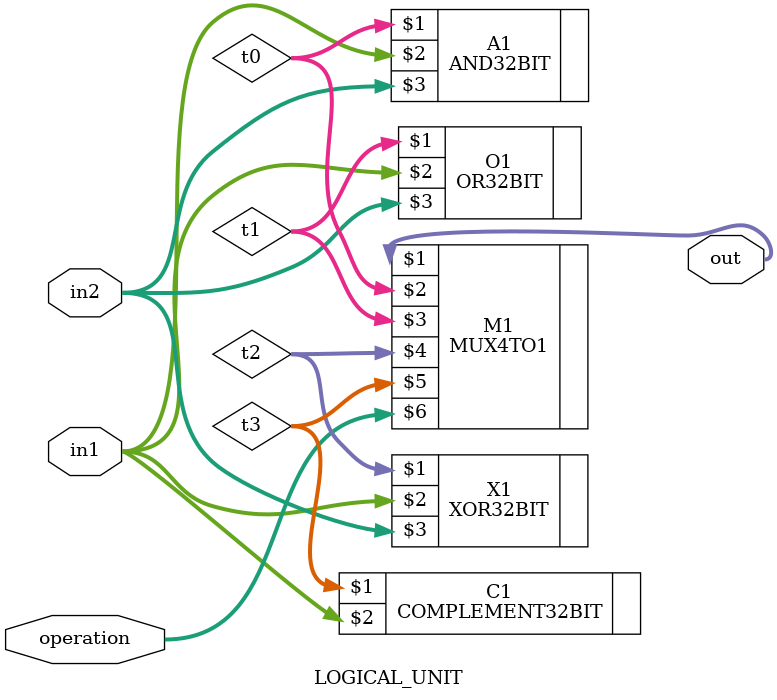
<source format=v>
`timescale 1ns / 1ps


module LOGICAL_UNIT(out,in1,in2,operation);
     input [31:0] in1,in2;
     input [1:0] operation;
     output [31:0] out;
     
     wire [31:0] t0,t1,t2,t3;
     
     AND32BIT        A1(t0,in1,in2);
     OR32BIT         O1(t1,in1,in2);
     XOR32BIT        X1(t2,in1,in2);
     COMPLEMENT32BIT C1(t3,in1);
     
     MUX4TO1         M1(out,t0,t1,t2,t3,operation);
endmodule

</source>
